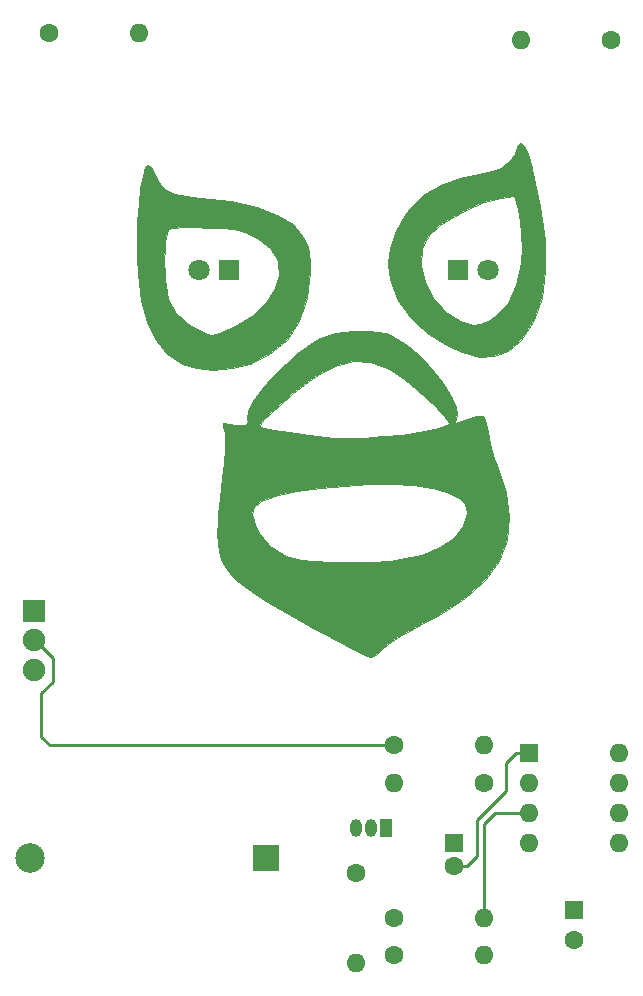
<source format=gtl>
G04 #@! TF.GenerationSoftware,KiCad,Pcbnew,(5.0.0)*
G04 #@! TF.CreationDate,2018-09-20T09:30:45-05:00*
G04 #@! TF.ProjectId,El_Santo,456C5F53616E746F2E6B696361645F70,V1.0*
G04 #@! TF.SameCoordinates,Original*
G04 #@! TF.FileFunction,Copper,L1,Top*
G04 #@! TF.FilePolarity,Positive*
%FSLAX46Y46*%
G04 Gerber Fmt 4.6, Leading zero omitted, Abs format (unit mm)*
G04 Created by KiCad (PCBNEW (5.0.0)) date 09/20/18 09:30:45*
%MOMM*%
%LPD*%
G01*
G04 APERTURE LIST*
G04 #@! TA.AperFunction,EtchedComponent*
%ADD10C,0.010000*%
G04 #@! TD*
G04 #@! TA.AperFunction,ComponentPad*
%ADD11R,2.170000X2.170000*%
G04 #@! TD*
G04 #@! TA.AperFunction,ComponentPad*
%ADD12C,2.500000*%
G04 #@! TD*
G04 #@! TA.AperFunction,ComponentPad*
%ADD13R,1.600000X1.600000*%
G04 #@! TD*
G04 #@! TA.AperFunction,ComponentPad*
%ADD14C,1.600000*%
G04 #@! TD*
G04 #@! TA.AperFunction,ComponentPad*
%ADD15R,1.800000X1.800000*%
G04 #@! TD*
G04 #@! TA.AperFunction,ComponentPad*
%ADD16C,1.800000*%
G04 #@! TD*
G04 #@! TA.AperFunction,ComponentPad*
%ADD17O,1.000000X1.500000*%
G04 #@! TD*
G04 #@! TA.AperFunction,ComponentPad*
%ADD18R,1.000000X1.500000*%
G04 #@! TD*
G04 #@! TA.AperFunction,ComponentPad*
%ADD19O,1.600000X1.600000*%
G04 #@! TD*
G04 #@! TA.AperFunction,ComponentPad*
%ADD20R,1.900000X1.900000*%
G04 #@! TD*
G04 #@! TA.AperFunction,ComponentPad*
%ADD21C,1.900000*%
G04 #@! TD*
G04 #@! TA.AperFunction,Conductor*
%ADD22C,0.254000*%
G04 #@! TD*
G04 APERTURE END LIST*
D10*
G04 #@! TO.C,G\002A\002A\002A*
G36*
X171065502Y-54637241D02*
X171366458Y-55337922D01*
X171694912Y-56411852D01*
X171742510Y-56592403D01*
X172432928Y-59768014D01*
X172793235Y-62662728D01*
X172825298Y-65247997D01*
X172530985Y-67495270D01*
X171912163Y-69375998D01*
X170970700Y-70861632D01*
X170796521Y-71054167D01*
X169686775Y-71993446D01*
X168526985Y-72479548D01*
X167243284Y-72519279D01*
X165761808Y-72119442D01*
X164645273Y-71620791D01*
X162865006Y-70505986D01*
X161407359Y-69136426D01*
X160327812Y-67588158D01*
X159681849Y-65937226D01*
X159531371Y-64724109D01*
X162309443Y-64724109D01*
X162641158Y-66181962D01*
X163370891Y-67542400D01*
X164437479Y-68695102D01*
X165779758Y-69529748D01*
X165939372Y-69596511D01*
X166726987Y-69831622D01*
X167387486Y-69777248D01*
X168127747Y-69395488D01*
X168518169Y-69124088D01*
X169646773Y-67986289D01*
X170402976Y-66474771D01*
X170789332Y-64583188D01*
X170845074Y-63343456D01*
X170799301Y-62139349D01*
X170683083Y-60975712D01*
X170520738Y-60089808D01*
X170506191Y-60037011D01*
X170171874Y-58869514D01*
X169054260Y-59046921D01*
X167688313Y-59411988D01*
X166138616Y-60064187D01*
X164601561Y-60914577D01*
X163916769Y-61373619D01*
X163044534Y-62129958D01*
X162553688Y-62923743D01*
X162436909Y-63279159D01*
X162309443Y-64724109D01*
X159531371Y-64724109D01*
X159514540Y-64588428D01*
X159702997Y-63316029D01*
X160210402Y-61900652D01*
X160949812Y-60547447D01*
X161573087Y-59731193D01*
X162671647Y-58722304D01*
X163975865Y-57958894D01*
X165599975Y-57386312D01*
X167231054Y-57024406D01*
X168352146Y-56783789D01*
X169094408Y-56513948D01*
X169612458Y-56148592D01*
X169837896Y-55906802D01*
X170261666Y-55306768D01*
X170471693Y-54820374D01*
X170476646Y-54767152D01*
X170671556Y-54425471D01*
X170824028Y-54386614D01*
X171065502Y-54637241D01*
X171065502Y-54637241D01*
G37*
X171065502Y-54637241D02*
X171366458Y-55337922D01*
X171694912Y-56411852D01*
X171742510Y-56592403D01*
X172432928Y-59768014D01*
X172793235Y-62662728D01*
X172825298Y-65247997D01*
X172530985Y-67495270D01*
X171912163Y-69375998D01*
X170970700Y-70861632D01*
X170796521Y-71054167D01*
X169686775Y-71993446D01*
X168526985Y-72479548D01*
X167243284Y-72519279D01*
X165761808Y-72119442D01*
X164645273Y-71620791D01*
X162865006Y-70505986D01*
X161407359Y-69136426D01*
X160327812Y-67588158D01*
X159681849Y-65937226D01*
X159531371Y-64724109D01*
X162309443Y-64724109D01*
X162641158Y-66181962D01*
X163370891Y-67542400D01*
X164437479Y-68695102D01*
X165779758Y-69529748D01*
X165939372Y-69596511D01*
X166726987Y-69831622D01*
X167387486Y-69777248D01*
X168127747Y-69395488D01*
X168518169Y-69124088D01*
X169646773Y-67986289D01*
X170402976Y-66474771D01*
X170789332Y-64583188D01*
X170845074Y-63343456D01*
X170799301Y-62139349D01*
X170683083Y-60975712D01*
X170520738Y-60089808D01*
X170506191Y-60037011D01*
X170171874Y-58869514D01*
X169054260Y-59046921D01*
X167688313Y-59411988D01*
X166138616Y-60064187D01*
X164601561Y-60914577D01*
X163916769Y-61373619D01*
X163044534Y-62129958D01*
X162553688Y-62923743D01*
X162436909Y-63279159D01*
X162309443Y-64724109D01*
X159531371Y-64724109D01*
X159514540Y-64588428D01*
X159702997Y-63316029D01*
X160210402Y-61900652D01*
X160949812Y-60547447D01*
X161573087Y-59731193D01*
X162671647Y-58722304D01*
X163975865Y-57958894D01*
X165599975Y-57386312D01*
X167231054Y-57024406D01*
X168352146Y-56783789D01*
X169094408Y-56513948D01*
X169612458Y-56148592D01*
X169837896Y-55906802D01*
X170261666Y-55306768D01*
X170471693Y-54820374D01*
X170476646Y-54767152D01*
X170671556Y-54425471D01*
X170824028Y-54386614D01*
X171065502Y-54637241D01*
G36*
X139466368Y-56479515D02*
X139776504Y-57022706D01*
X139822472Y-57127140D01*
X140210469Y-57881805D01*
X140693243Y-58394970D01*
X141384897Y-58724508D01*
X142399531Y-58928292D01*
X143606119Y-59046240D01*
X146262974Y-59347581D01*
X148437380Y-59818252D01*
X150157536Y-60468882D01*
X151451638Y-61310101D01*
X152339167Y-62338458D01*
X152680816Y-62989706D01*
X152867822Y-63681180D01*
X152937795Y-64601577D01*
X152939169Y-65348719D01*
X152696442Y-67577411D01*
X152031362Y-69485481D01*
X150949893Y-71063861D01*
X149457998Y-72303479D01*
X147846471Y-73093487D01*
X146314005Y-73495930D01*
X144715785Y-73625590D01*
X143230481Y-73482319D01*
X142096150Y-73098255D01*
X140857066Y-72240383D01*
X139879423Y-71091435D01*
X139147401Y-69608907D01*
X138645184Y-67750295D01*
X138356951Y-65473093D01*
X138305264Y-63944667D01*
X140591442Y-63944667D01*
X140608236Y-65969658D01*
X140928939Y-67585979D01*
X141572748Y-68837601D01*
X142558861Y-69768496D01*
X143317736Y-70189068D01*
X144021145Y-70496976D01*
X144534194Y-70633834D01*
X145029991Y-70586062D01*
X145681643Y-70340086D01*
X146549603Y-69935586D01*
X147982916Y-69073025D01*
X149118549Y-68019878D01*
X149906100Y-66856311D01*
X150295167Y-65662487D01*
X150235348Y-64518573D01*
X150136491Y-64230588D01*
X149500516Y-63307613D01*
X148458981Y-62489382D01*
X147141045Y-61876277D01*
X147081909Y-61856622D01*
X146447769Y-61729150D01*
X145502323Y-61631930D01*
X144382254Y-61567882D01*
X143224242Y-61539927D01*
X142164972Y-61550986D01*
X141341125Y-61603980D01*
X140889385Y-61701829D01*
X140858923Y-61723635D01*
X140774147Y-62043626D01*
X140683843Y-62756923D01*
X140604985Y-63722567D01*
X140591442Y-63944667D01*
X138305264Y-63944667D01*
X138266849Y-62808719D01*
X138302969Y-61131100D01*
X138404268Y-59577166D01*
X138558792Y-58229946D01*
X138754588Y-57172468D01*
X138979702Y-56487761D01*
X139209908Y-56258193D01*
X139466368Y-56479515D01*
X139466368Y-56479515D01*
G37*
X139466368Y-56479515D02*
X139776504Y-57022706D01*
X139822472Y-57127140D01*
X140210469Y-57881805D01*
X140693243Y-58394970D01*
X141384897Y-58724508D01*
X142399531Y-58928292D01*
X143606119Y-59046240D01*
X146262974Y-59347581D01*
X148437380Y-59818252D01*
X150157536Y-60468882D01*
X151451638Y-61310101D01*
X152339167Y-62338458D01*
X152680816Y-62989706D01*
X152867822Y-63681180D01*
X152937795Y-64601577D01*
X152939169Y-65348719D01*
X152696442Y-67577411D01*
X152031362Y-69485481D01*
X150949893Y-71063861D01*
X149457998Y-72303479D01*
X147846471Y-73093487D01*
X146314005Y-73495930D01*
X144715785Y-73625590D01*
X143230481Y-73482319D01*
X142096150Y-73098255D01*
X140857066Y-72240383D01*
X139879423Y-71091435D01*
X139147401Y-69608907D01*
X138645184Y-67750295D01*
X138356951Y-65473093D01*
X138305264Y-63944667D01*
X140591442Y-63944667D01*
X140608236Y-65969658D01*
X140928939Y-67585979D01*
X141572748Y-68837601D01*
X142558861Y-69768496D01*
X143317736Y-70189068D01*
X144021145Y-70496976D01*
X144534194Y-70633834D01*
X145029991Y-70586062D01*
X145681643Y-70340086D01*
X146549603Y-69935586D01*
X147982916Y-69073025D01*
X149118549Y-68019878D01*
X149906100Y-66856311D01*
X150295167Y-65662487D01*
X150235348Y-64518573D01*
X150136491Y-64230588D01*
X149500516Y-63307613D01*
X148458981Y-62489382D01*
X147141045Y-61876277D01*
X147081909Y-61856622D01*
X146447769Y-61729150D01*
X145502323Y-61631930D01*
X144382254Y-61567882D01*
X143224242Y-61539927D01*
X142164972Y-61550986D01*
X141341125Y-61603980D01*
X140889385Y-61701829D01*
X140858923Y-61723635D01*
X140774147Y-62043626D01*
X140683843Y-62756923D01*
X140604985Y-63722567D01*
X140591442Y-63944667D01*
X138305264Y-63944667D01*
X138266849Y-62808719D01*
X138302969Y-61131100D01*
X138404268Y-59577166D01*
X138558792Y-58229946D01*
X138754588Y-57172468D01*
X138979702Y-56487761D01*
X139209908Y-56258193D01*
X139466368Y-56479515D01*
G36*
X158042710Y-70305829D02*
X159373852Y-70541473D01*
X160033767Y-70804237D01*
X161130684Y-71524648D01*
X162242077Y-72481526D01*
X163290742Y-73579641D01*
X164199476Y-74723764D01*
X164891074Y-75818667D01*
X165288334Y-76769121D01*
X165343518Y-77353698D01*
X165230619Y-78122927D01*
X166277891Y-77753428D01*
X166982145Y-77552909D01*
X167470733Y-77500374D01*
X167548614Y-77522030D01*
X167715474Y-77847613D01*
X167885133Y-78516997D01*
X167954310Y-78923898D01*
X168170052Y-79916295D01*
X168520196Y-81057983D01*
X168748625Y-81661768D01*
X169512232Y-83960599D01*
X169802485Y-86065965D01*
X169610571Y-87997149D01*
X168927678Y-89773432D01*
X167744992Y-91414096D01*
X166053700Y-92938425D01*
X163844991Y-94365699D01*
X162655278Y-94993733D01*
X161458625Y-95625468D01*
X160370275Y-96264064D01*
X159523730Y-96827482D01*
X159102586Y-97176940D01*
X158561060Y-97673163D01*
X158138954Y-97941673D01*
X158060834Y-97957814D01*
X157749187Y-97832074D01*
X157044317Y-97486907D01*
X156021298Y-96961033D01*
X154755205Y-96293172D01*
X153321115Y-95522044D01*
X153006303Y-95350972D01*
X150818643Y-94139235D01*
X149067454Y-93109773D01*
X147705771Y-92216307D01*
X146686632Y-91412561D01*
X145963073Y-90652259D01*
X145488131Y-89889122D01*
X145214844Y-89076874D01*
X145096246Y-88169238D01*
X145079803Y-87540298D01*
X145117544Y-86524022D01*
X145168826Y-85841710D01*
X148042711Y-85841710D01*
X148277442Y-86709257D01*
X148623825Y-87391714D01*
X149570205Y-88536847D01*
X150881918Y-89340804D01*
X152148829Y-89701790D01*
X153265796Y-89819427D01*
X154745828Y-89883826D01*
X156419972Y-89895606D01*
X158119275Y-89855385D01*
X159674784Y-89763784D01*
X160576194Y-89670910D01*
X162426613Y-89282239D01*
X163967921Y-88657496D01*
X165146148Y-87835080D01*
X165907323Y-86853391D01*
X166197475Y-85750826D01*
X166198751Y-85670618D01*
X166053013Y-84984876D01*
X165572458Y-84450201D01*
X164692073Y-84021912D01*
X163346847Y-83655324D01*
X163229701Y-83629988D01*
X161714848Y-83409099D01*
X159893394Y-83305093D01*
X157881360Y-83309053D01*
X155794768Y-83412062D01*
X153749639Y-83605203D01*
X151861994Y-83879558D01*
X150247853Y-84226212D01*
X149023239Y-84636245D01*
X148809408Y-84738305D01*
X148218335Y-85208997D01*
X148042711Y-85841710D01*
X145168826Y-85841710D01*
X145218287Y-85183640D01*
X145364882Y-83723739D01*
X145476300Y-82810152D01*
X145622792Y-81511788D01*
X145711649Y-80326239D01*
X145734201Y-79402833D01*
X145699934Y-78959371D01*
X145596156Y-78440477D01*
X148680375Y-78440477D01*
X149008680Y-78568315D01*
X149833770Y-78729113D01*
X151119068Y-78917523D01*
X152827995Y-79128193D01*
X154923974Y-79355772D01*
X154969277Y-79360427D01*
X156061767Y-79404066D01*
X157502600Y-79367146D01*
X159113587Y-79262422D01*
X160716540Y-79102643D01*
X162133267Y-78900563D01*
X162585498Y-78815382D01*
X163538896Y-78596564D01*
X164281150Y-78384737D01*
X164659329Y-78223860D01*
X164666807Y-78217084D01*
X164594637Y-77941422D01*
X164185205Y-77416508D01*
X163523889Y-76720683D01*
X162696068Y-75932288D01*
X161787120Y-75129665D01*
X160882424Y-74391156D01*
X160067359Y-73795101D01*
X159450206Y-73430445D01*
X157962283Y-72927209D01*
X156527824Y-72882948D01*
X155027580Y-73303865D01*
X154190581Y-73703982D01*
X153415390Y-74179808D01*
X152493049Y-74839229D01*
X151510420Y-75607581D01*
X150554363Y-76410199D01*
X149711740Y-77172418D01*
X149069413Y-77819574D01*
X148714243Y-78277000D01*
X148680375Y-78440477D01*
X145596156Y-78440477D01*
X145528228Y-78100841D01*
X146637942Y-78249685D01*
X147330223Y-78322296D01*
X147620101Y-78246206D01*
X147633242Y-77956906D01*
X147587907Y-77762037D01*
X147669694Y-77130231D01*
X148111137Y-76266793D01*
X148838234Y-75252954D01*
X149776982Y-74169945D01*
X150853381Y-73098997D01*
X151993426Y-72121341D01*
X153123117Y-71318209D01*
X153810909Y-70931140D01*
X155068083Y-70504602D01*
X156543068Y-70294852D01*
X158042710Y-70305829D01*
X158042710Y-70305829D01*
G37*
X158042710Y-70305829D02*
X159373852Y-70541473D01*
X160033767Y-70804237D01*
X161130684Y-71524648D01*
X162242077Y-72481526D01*
X163290742Y-73579641D01*
X164199476Y-74723764D01*
X164891074Y-75818667D01*
X165288334Y-76769121D01*
X165343518Y-77353698D01*
X165230619Y-78122927D01*
X166277891Y-77753428D01*
X166982145Y-77552909D01*
X167470733Y-77500374D01*
X167548614Y-77522030D01*
X167715474Y-77847613D01*
X167885133Y-78516997D01*
X167954310Y-78923898D01*
X168170052Y-79916295D01*
X168520196Y-81057983D01*
X168748625Y-81661768D01*
X169512232Y-83960599D01*
X169802485Y-86065965D01*
X169610571Y-87997149D01*
X168927678Y-89773432D01*
X167744992Y-91414096D01*
X166053700Y-92938425D01*
X163844991Y-94365699D01*
X162655278Y-94993733D01*
X161458625Y-95625468D01*
X160370275Y-96264064D01*
X159523730Y-96827482D01*
X159102586Y-97176940D01*
X158561060Y-97673163D01*
X158138954Y-97941673D01*
X158060834Y-97957814D01*
X157749187Y-97832074D01*
X157044317Y-97486907D01*
X156021298Y-96961033D01*
X154755205Y-96293172D01*
X153321115Y-95522044D01*
X153006303Y-95350972D01*
X150818643Y-94139235D01*
X149067454Y-93109773D01*
X147705771Y-92216307D01*
X146686632Y-91412561D01*
X145963073Y-90652259D01*
X145488131Y-89889122D01*
X145214844Y-89076874D01*
X145096246Y-88169238D01*
X145079803Y-87540298D01*
X145117544Y-86524022D01*
X145168826Y-85841710D01*
X148042711Y-85841710D01*
X148277442Y-86709257D01*
X148623825Y-87391714D01*
X149570205Y-88536847D01*
X150881918Y-89340804D01*
X152148829Y-89701790D01*
X153265796Y-89819427D01*
X154745828Y-89883826D01*
X156419972Y-89895606D01*
X158119275Y-89855385D01*
X159674784Y-89763784D01*
X160576194Y-89670910D01*
X162426613Y-89282239D01*
X163967921Y-88657496D01*
X165146148Y-87835080D01*
X165907323Y-86853391D01*
X166197475Y-85750826D01*
X166198751Y-85670618D01*
X166053013Y-84984876D01*
X165572458Y-84450201D01*
X164692073Y-84021912D01*
X163346847Y-83655324D01*
X163229701Y-83629988D01*
X161714848Y-83409099D01*
X159893394Y-83305093D01*
X157881360Y-83309053D01*
X155794768Y-83412062D01*
X153749639Y-83605203D01*
X151861994Y-83879558D01*
X150247853Y-84226212D01*
X149023239Y-84636245D01*
X148809408Y-84738305D01*
X148218335Y-85208997D01*
X148042711Y-85841710D01*
X145168826Y-85841710D01*
X145218287Y-85183640D01*
X145364882Y-83723739D01*
X145476300Y-82810152D01*
X145622792Y-81511788D01*
X145711649Y-80326239D01*
X145734201Y-79402833D01*
X145699934Y-78959371D01*
X145596156Y-78440477D01*
X148680375Y-78440477D01*
X149008680Y-78568315D01*
X149833770Y-78729113D01*
X151119068Y-78917523D01*
X152827995Y-79128193D01*
X154923974Y-79355772D01*
X154969277Y-79360427D01*
X156061767Y-79404066D01*
X157502600Y-79367146D01*
X159113587Y-79262422D01*
X160716540Y-79102643D01*
X162133267Y-78900563D01*
X162585498Y-78815382D01*
X163538896Y-78596564D01*
X164281150Y-78384737D01*
X164659329Y-78223860D01*
X164666807Y-78217084D01*
X164594637Y-77941422D01*
X164185205Y-77416508D01*
X163523889Y-76720683D01*
X162696068Y-75932288D01*
X161787120Y-75129665D01*
X160882424Y-74391156D01*
X160067359Y-73795101D01*
X159450206Y-73430445D01*
X157962283Y-72927209D01*
X156527824Y-72882948D01*
X155027580Y-73303865D01*
X154190581Y-73703982D01*
X153415390Y-74179808D01*
X152493049Y-74839229D01*
X151510420Y-75607581D01*
X150554363Y-76410199D01*
X149711740Y-77172418D01*
X149069413Y-77819574D01*
X148714243Y-78277000D01*
X148680375Y-78440477D01*
X145596156Y-78440477D01*
X145528228Y-78100841D01*
X146637942Y-78249685D01*
X147330223Y-78322296D01*
X147620101Y-78246206D01*
X147633242Y-77956906D01*
X147587907Y-77762037D01*
X147669694Y-77130231D01*
X148111137Y-76266793D01*
X148838234Y-75252954D01*
X149776982Y-74169945D01*
X150853381Y-73098997D01*
X151993426Y-72121341D01*
X153123117Y-71318209D01*
X153810909Y-70931140D01*
X155068083Y-70504602D01*
X156543068Y-70294852D01*
X158042710Y-70305829D01*
G04 #@! TD*
D11*
G04 #@! TO.P,BAT1,Neg*
G04 #@! TO.N,GND*
X149225000Y-114935000D03*
D12*
G04 #@! TO.P,BAT1,Pos*
G04 #@! TO.N,Net-(BAT1-PadPos)*
X129225000Y-114935000D03*
G04 #@! TD*
D13*
G04 #@! TO.P,C1,1*
G04 #@! TO.N,Net-(C1-Pad1)*
X165100000Y-113665000D03*
D14*
G04 #@! TO.P,C1,2*
G04 #@! TO.N,GND*
X165100000Y-115665000D03*
G04 #@! TD*
D13*
G04 #@! TO.P,C2,1*
G04 #@! TO.N,Net-(C2-Pad1)*
X175260000Y-119380000D03*
D14*
G04 #@! TO.P,C2,2*
G04 #@! TO.N,GND*
X175260000Y-121880000D03*
G04 #@! TD*
D15*
G04 #@! TO.P,D1,1*
G04 #@! TO.N,Net-(D1-Pad1)*
X165481000Y-65151000D03*
D16*
G04 #@! TO.P,D1,2*
G04 #@! TO.N,Net-(D1-Pad2)*
X168021000Y-65151000D03*
G04 #@! TD*
G04 #@! TO.P,D2,2*
G04 #@! TO.N,Net-(D2-Pad2)*
X143510000Y-65151000D03*
D15*
G04 #@! TO.P,D2,1*
G04 #@! TO.N,Net-(D1-Pad1)*
X146050000Y-65151000D03*
G04 #@! TD*
D17*
G04 #@! TO.P,Q1,2*
G04 #@! TO.N,Net-(Q1-Pad2)*
X158115000Y-112395000D03*
G04 #@! TO.P,Q1,3*
G04 #@! TO.N,Net-(D1-Pad1)*
X156845000Y-112395000D03*
D18*
G04 #@! TO.P,Q1,1*
G04 #@! TO.N,GND*
X159385000Y-112395000D03*
G04 #@! TD*
D19*
G04 #@! TO.P,R1,2*
G04 #@! TO.N,Net-(R1-Pad2)*
X167640000Y-105410000D03*
D14*
G04 #@! TO.P,R1,1*
G04 #@! TO.N,VCC*
X160020000Y-105410000D03*
G04 #@! TD*
G04 #@! TO.P,R2,1*
G04 #@! TO.N,Net-(R1-Pad2)*
X167640000Y-108585000D03*
D19*
G04 #@! TO.P,R2,2*
G04 #@! TO.N,Net-(C1-Pad1)*
X160020000Y-108585000D03*
G04 #@! TD*
D14*
G04 #@! TO.P,R3,1*
G04 #@! TO.N,Net-(C2-Pad1)*
X160020000Y-120015000D03*
D19*
G04 #@! TO.P,R3,2*
G04 #@! TO.N,Net-(R3-Pad2)*
X167640000Y-120015000D03*
G04 #@! TD*
G04 #@! TO.P,R4,2*
G04 #@! TO.N,GND*
X167640000Y-123190000D03*
D14*
G04 #@! TO.P,R4,1*
G04 #@! TO.N,Net-(C2-Pad1)*
X160020000Y-123190000D03*
G04 #@! TD*
G04 #@! TO.P,R5,1*
G04 #@! TO.N,Net-(Q1-Pad2)*
X156845000Y-116205000D03*
D19*
G04 #@! TO.P,R5,2*
G04 #@! TO.N,Net-(C2-Pad1)*
X156845000Y-123825000D03*
G04 #@! TD*
G04 #@! TO.P,R6,2*
G04 #@! TO.N,Net-(D1-Pad2)*
X170815000Y-45720000D03*
D14*
G04 #@! TO.P,R6,1*
G04 #@! TO.N,VCC*
X178435000Y-45720000D03*
G04 #@! TD*
G04 #@! TO.P,R7,1*
G04 #@! TO.N,VCC*
X130810000Y-45085000D03*
D19*
G04 #@! TO.P,R7,2*
G04 #@! TO.N,Net-(D2-Pad2)*
X138430000Y-45085000D03*
G04 #@! TD*
D20*
G04 #@! TO.P,S1,1*
G04 #@! TO.N,Net-(S1-Pad1)*
X129540000Y-94020000D03*
D21*
G04 #@! TO.P,S1,2*
G04 #@! TO.N,VCC*
X129540000Y-96520000D03*
G04 #@! TO.P,S1,3*
G04 #@! TO.N,Net-(BAT1-PadPos)*
X129540000Y-99020000D03*
G04 #@! TD*
D13*
G04 #@! TO.P,U1,1*
G04 #@! TO.N,GND*
X171450000Y-106045000D03*
D19*
G04 #@! TO.P,U1,5*
G04 #@! TO.N,Net-(U1-Pad5)*
X179070000Y-113665000D03*
G04 #@! TO.P,U1,2*
G04 #@! TO.N,Net-(C1-Pad1)*
X171450000Y-108585000D03*
G04 #@! TO.P,U1,6*
X179070000Y-111125000D03*
G04 #@! TO.P,U1,3*
G04 #@! TO.N,Net-(R3-Pad2)*
X171450000Y-111125000D03*
G04 #@! TO.P,U1,7*
G04 #@! TO.N,Net-(R1-Pad2)*
X179070000Y-108585000D03*
G04 #@! TO.P,U1,4*
G04 #@! TO.N,VCC*
X171450000Y-113665000D03*
G04 #@! TO.P,U1,8*
X179070000Y-106045000D03*
G04 #@! TD*
D22*
G04 #@! TO.N,GND*
X166231370Y-115665000D02*
X165100000Y-115665000D01*
X170396000Y-106045000D02*
X169519600Y-106921400D01*
X171450000Y-106045000D02*
X170396000Y-106045000D01*
X169519600Y-106921400D02*
X169519600Y-109270800D01*
X169519600Y-109270800D02*
X167081200Y-111709200D01*
X167081200Y-114815170D02*
X166231370Y-115665000D01*
X167081200Y-111709200D02*
X167081200Y-114815170D01*
G04 #@! TO.N,VCC*
X129540000Y-96570800D02*
X129540000Y-96520000D01*
X129717800Y-96570800D02*
X129540000Y-96570800D01*
X130911600Y-105410000D02*
X130175000Y-104673400D01*
X160020000Y-105410000D02*
X130911600Y-105410000D01*
X130175000Y-104673400D02*
X130175000Y-101015800D01*
X130175000Y-101015800D02*
X131165600Y-100025200D01*
X131165600Y-100025200D02*
X131165600Y-98018600D01*
X131165600Y-98018600D02*
X129717800Y-96570800D01*
G04 #@! TO.N,Net-(R3-Pad2)*
X167640000Y-118883630D02*
X167640000Y-120015000D01*
X167640000Y-112064800D02*
X167640000Y-118883630D01*
X171450000Y-111125000D02*
X168579800Y-111125000D01*
X168579800Y-111125000D02*
X167640000Y-112064800D01*
G04 #@! TD*
M02*

</source>
